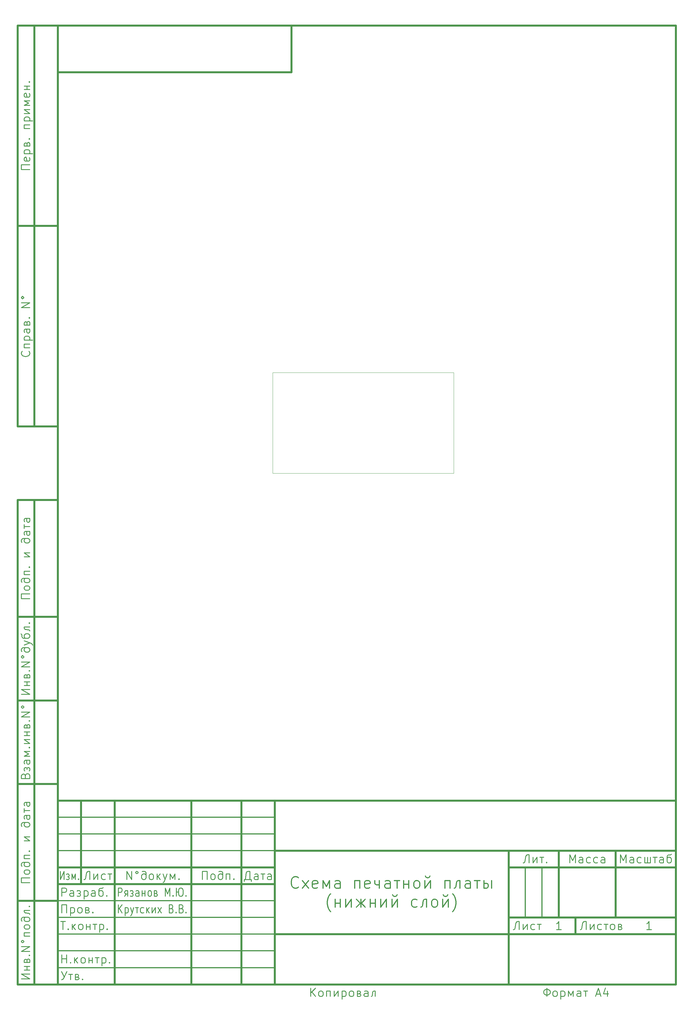
<source format=gbr>
%TF.GenerationSoftware,KiCad,Pcbnew,(6.0.0)*%
%TF.CreationDate,2022-01-12T10:47:11+03:00*%
%TF.ProjectId,Curse_PCB,43757273-655f-4504-9342-2e6b69636164,rev?*%
%TF.SameCoordinates,Original*%
%TF.FileFunction,Profile,NP*%
%FSLAX46Y46*%
G04 Gerber Fmt 4.6, Leading zero omitted, Abs format (unit mm)*
G04 Created by KiCad (PCBNEW (6.0.0)) date 2022-01-12 10:47:11*
%MOMM*%
%LPD*%
G01*
G04 APERTURE LIST*
%ADD10C,0.100000*%
%ADD11C,0.600000*%
%ADD12C,0.300000*%
%ADD13C,0.250000*%
%ADD14C,0.350000*%
%ADD15C,0.500000*%
%TA.AperFunction,Profile*%
%ADD16C,0.050000*%
%TD*%
G04 APERTURE END LIST*
D10*
D11*
X20000000Y-292002200D02*
X20000000Y-5000000D01*
X205007200Y-5000000D01*
X205007200Y-292002200D01*
X20000000Y-292002200D01*
D10*
D11*
X8000000Y-232002200D02*
X20000000Y-232002200D01*
D10*
D11*
X8000000Y-207002200D02*
X20000000Y-207002200D01*
D10*
D11*
X8000000Y-182002200D02*
X20000000Y-182002200D01*
D10*
D11*
X90000000Y-5000000D02*
X90000000Y-19000000D01*
D10*
D11*
X20000000Y-19000000D02*
X90000000Y-19000000D01*
D10*
D11*
X8000000Y-147002200D02*
X20000000Y-147002200D01*
D10*
D11*
X8000000Y-292002200D02*
X20000000Y-292002200D01*
D10*
D11*
X8000000Y-267002200D02*
X20000000Y-267002200D01*
D10*
D11*
X85007200Y-237002200D02*
X85007200Y-292002200D01*
D10*
D11*
X75007200Y-237002200D02*
X75007200Y-292002200D01*
D10*
D11*
X60007200Y-237002200D02*
X60007200Y-292002200D01*
D10*
D11*
X37007200Y-237002200D02*
X37007200Y-292002200D01*
D10*
D11*
X27007200Y-237002200D02*
X27007200Y-262002200D01*
D10*
D12*
X20007200Y-252002200D02*
X85007200Y-252002200D01*
D10*
D12*
X20007200Y-247002200D02*
X85007200Y-247002200D01*
D10*
D12*
X20007200Y-242002200D02*
X85007200Y-242002200D01*
D10*
D11*
X20007200Y-262002200D02*
X85007200Y-262002200D01*
D10*
D11*
X20007200Y-257002200D02*
X85007200Y-257002200D01*
D10*
D12*
X20007200Y-287002200D02*
X85007200Y-287002200D01*
D10*
D12*
X20007200Y-282002200D02*
X85007200Y-282002200D01*
D10*
D12*
X20007200Y-277002200D02*
X85007200Y-277002200D01*
D10*
D12*
X20007200Y-272002200D02*
X85007200Y-272002200D01*
D10*
D12*
X20007200Y-267002200D02*
X85007200Y-267002200D01*
D10*
D11*
X20007200Y-237002200D02*
X205007200Y-237002200D01*
D10*
D11*
X8000000Y-147002200D02*
X8000000Y-292002200D01*
D10*
D11*
X13000000Y-147002200D02*
X13000000Y-292002200D01*
D10*
D12*
X160007200Y-257002200D02*
X160007200Y-272002200D01*
D10*
D12*
X165007200Y-257002200D02*
X165007200Y-272002200D01*
D10*
D11*
X170007200Y-252002200D02*
X170007200Y-272002200D01*
D10*
D11*
X187007200Y-252002200D02*
X187007200Y-272002200D01*
D10*
D11*
X155007200Y-272002200D02*
X205007200Y-272002200D01*
D10*
D11*
X155007200Y-257002200D02*
X205007200Y-257002200D01*
D10*
D11*
X155007200Y-252002200D02*
X155007200Y-292002200D01*
D10*
D11*
X85007200Y-277002200D02*
X205007200Y-277002200D01*
D10*
D11*
X85007200Y-252002200D02*
X205007200Y-252002200D01*
D10*
D11*
X20007200Y-292002200D02*
X20007200Y-237002200D01*
D10*
D11*
X175007200Y-272002200D02*
X175007200Y-277002200D01*
D10*
D11*
X8000000Y-5002200D02*
X20000000Y-5002200D01*
D10*
D11*
X8000000Y-65002200D02*
X20000000Y-65002200D01*
D10*
D11*
X8000000Y-125002200D02*
X20000000Y-125002200D01*
D10*
D11*
X8000000Y-5002200D02*
X8000000Y-125002200D01*
D10*
D11*
X13000000Y-5002200D02*
X13000000Y-125002200D01*
D10*
D13*
X40709580Y-260633152D02*
X40709580Y-258133152D01*
X42138152Y-260633152D01*
X42138152Y-258133152D01*
X43685771Y-258133152D02*
X43447676Y-258252200D01*
X43328628Y-258490295D01*
X43447676Y-258728390D01*
X43685771Y-258847438D01*
X43923866Y-258728390D01*
X44042914Y-258490295D01*
X43923866Y-258252200D01*
X43685771Y-258133152D01*
X46423866Y-259204580D02*
X46304819Y-259085533D01*
X46066723Y-258966485D01*
X45590533Y-258966485D01*
X45352438Y-259085533D01*
X45233390Y-259204580D01*
X45114342Y-259442676D01*
X45114342Y-260156961D01*
X45233390Y-260395057D01*
X45352438Y-260514104D01*
X45590533Y-260633152D01*
X45947676Y-260633152D01*
X46185771Y-260514104D01*
X46304819Y-260395057D01*
X46423866Y-260156961D01*
X46423866Y-258609342D01*
X46304819Y-258371247D01*
X46185771Y-258252200D01*
X45947676Y-258133152D01*
X45471485Y-258133152D01*
X45233390Y-258252200D01*
X47852438Y-260633152D02*
X47614342Y-260514104D01*
X47495295Y-260395057D01*
X47376247Y-260156961D01*
X47376247Y-259442676D01*
X47495295Y-259204580D01*
X47614342Y-259085533D01*
X47852438Y-258966485D01*
X48209580Y-258966485D01*
X48447676Y-259085533D01*
X48566723Y-259204580D01*
X48685771Y-259442676D01*
X48685771Y-260156961D01*
X48566723Y-260395057D01*
X48447676Y-260514104D01*
X48209580Y-260633152D01*
X47852438Y-260633152D01*
X49757200Y-258966485D02*
X49757200Y-260633152D01*
X49995295Y-259680771D02*
X50709580Y-260633152D01*
X50709580Y-258966485D02*
X49757200Y-259918866D01*
X51542914Y-258966485D02*
X52138152Y-260633152D01*
X52733390Y-258966485D02*
X52138152Y-260633152D01*
X51900057Y-261228390D01*
X51781009Y-261347438D01*
X51542914Y-261466485D01*
X53685771Y-260633152D02*
X53685771Y-258966485D01*
X54400057Y-260276009D01*
X55114342Y-258966485D01*
X55114342Y-260633152D01*
X56304819Y-260395057D02*
X56423866Y-260514104D01*
X56304819Y-260633152D01*
X56185771Y-260514104D01*
X56304819Y-260395057D01*
X56304819Y-260633152D01*
D10*
D13*
X10321428Y-229561723D02*
X10440476Y-229204580D01*
X10559523Y-229085533D01*
X10797619Y-228966485D01*
X11154761Y-228966485D01*
X11392857Y-229085533D01*
X11511904Y-229204580D01*
X11630952Y-229442676D01*
X11630952Y-230395057D01*
X9130952Y-230395057D01*
X9130952Y-229561723D01*
X9250000Y-229323628D01*
X9369047Y-229204580D01*
X9607142Y-229085533D01*
X9845238Y-229085533D01*
X10083333Y-229204580D01*
X10202380Y-229323628D01*
X10321428Y-229561723D01*
X10321428Y-230395057D01*
X10797619Y-227656961D02*
X10797619Y-227418866D01*
X10083333Y-228133152D02*
X9964285Y-227895057D01*
X9964285Y-227418866D01*
X10083333Y-227180771D01*
X10321428Y-227061723D01*
X10440476Y-227061723D01*
X10678571Y-227180771D01*
X10797619Y-227418866D01*
X10916666Y-227180771D01*
X11154761Y-227061723D01*
X11273809Y-227061723D01*
X11511904Y-227180771D01*
X11630952Y-227418866D01*
X11630952Y-227895057D01*
X11511904Y-228133152D01*
X11630952Y-224918866D02*
X10321428Y-224918866D01*
X10083333Y-225037914D01*
X9964285Y-225276009D01*
X9964285Y-225752200D01*
X10083333Y-225990295D01*
X11511904Y-224918866D02*
X11630952Y-225156961D01*
X11630952Y-225752200D01*
X11511904Y-225990295D01*
X11273809Y-226109342D01*
X11035714Y-226109342D01*
X10797619Y-225990295D01*
X10678571Y-225752200D01*
X10678571Y-225156961D01*
X10559523Y-224918866D01*
X11630952Y-223728390D02*
X9964285Y-223728390D01*
X11273809Y-223014104D01*
X9964285Y-222299819D01*
X11630952Y-222299819D01*
X11392857Y-221109342D02*
X11511904Y-220990295D01*
X11630952Y-221109342D01*
X11511904Y-221228390D01*
X11392857Y-221109342D01*
X11630952Y-221109342D01*
X9964285Y-219918866D02*
X11630952Y-219918866D01*
X9964285Y-218728390D01*
X11630952Y-218728390D01*
X10797619Y-217537914D02*
X10797619Y-216466485D01*
X9964285Y-217537914D02*
X11630952Y-217537914D01*
X9964285Y-216466485D02*
X11630952Y-216466485D01*
X10797619Y-214680771D02*
X10916666Y-214323628D01*
X11154761Y-214204580D01*
X11273809Y-214204580D01*
X11511904Y-214323628D01*
X11630952Y-214561723D01*
X11630952Y-215276009D01*
X9964285Y-215276009D01*
X9964285Y-214680771D01*
X10083333Y-214442676D01*
X10321428Y-214323628D01*
X10440476Y-214323628D01*
X10678571Y-214442676D01*
X10797619Y-214680771D01*
X10797619Y-215276009D01*
X11392857Y-213133152D02*
X11511904Y-213014104D01*
X11630952Y-213133152D01*
X11511904Y-213252200D01*
X11392857Y-213133152D01*
X11630952Y-213133152D01*
X11630952Y-211942676D02*
X9130952Y-211942676D01*
X11630952Y-210514104D01*
X9130952Y-210514104D01*
X9130952Y-208966485D02*
X9250000Y-209204580D01*
X9488095Y-209323628D01*
X9726190Y-209204580D01*
X9845238Y-208966485D01*
X9726190Y-208728390D01*
X9488095Y-208609342D01*
X9250000Y-208728390D01*
X9130952Y-208966485D01*
D10*
D13*
X77983390Y-261228390D02*
X77983390Y-260633152D01*
X75840533Y-260633152D01*
X75840533Y-261228390D01*
X77507200Y-260633152D02*
X77507200Y-258133152D01*
X76911961Y-258133152D01*
X76673866Y-258252200D01*
X76554819Y-258371247D01*
X76435771Y-258609342D01*
X76197676Y-260633152D01*
X80007200Y-260633152D02*
X80007200Y-259323628D01*
X79888152Y-259085533D01*
X79650057Y-258966485D01*
X79173866Y-258966485D01*
X78935771Y-259085533D01*
X80007200Y-260514104D02*
X79769104Y-260633152D01*
X79173866Y-260633152D01*
X78935771Y-260514104D01*
X78816723Y-260276009D01*
X78816723Y-260037914D01*
X78935771Y-259799819D01*
X79173866Y-259680771D01*
X79769104Y-259680771D01*
X80007200Y-259561723D01*
X80840533Y-258966485D02*
X82031009Y-258966485D01*
X81435771Y-258966485D02*
X81435771Y-260633152D01*
X83935771Y-260633152D02*
X83935771Y-259323628D01*
X83816723Y-259085533D01*
X83578628Y-258966485D01*
X83102438Y-258966485D01*
X82864342Y-259085533D01*
X83935771Y-260514104D02*
X83697676Y-260633152D01*
X83102438Y-260633152D01*
X82864342Y-260514104D01*
X82745295Y-260276009D01*
X82745295Y-260037914D01*
X82864342Y-259799819D01*
X83102438Y-259680771D01*
X83697676Y-259680771D01*
X83935771Y-259561723D01*
D10*
D13*
X20822225Y-258133152D02*
X20822225Y-260633152D01*
X21896215Y-258133152D01*
X21896215Y-260633152D01*
X22970205Y-259799819D02*
X23149203Y-259799819D01*
X22612208Y-259085533D02*
X22791206Y-258966485D01*
X23149203Y-258966485D01*
X23328201Y-259085533D01*
X23417700Y-259323628D01*
X23417700Y-259442676D01*
X23328201Y-259680771D01*
X23149203Y-259799819D01*
X23328201Y-259918866D01*
X23417700Y-260156961D01*
X23417700Y-260276009D01*
X23328201Y-260514104D01*
X23149203Y-260633152D01*
X22791206Y-260633152D01*
X22612208Y-260514104D01*
X24223193Y-260633152D02*
X24223193Y-258966485D01*
X24760188Y-260276009D01*
X25297182Y-258966485D01*
X25297182Y-260633152D01*
X26192174Y-260395057D02*
X26281673Y-260514104D01*
X26192174Y-260633152D01*
X26102675Y-260514104D01*
X26192174Y-260395057D01*
X26192174Y-260633152D01*
D10*
D13*
X9130952Y-205156961D02*
X11630952Y-205156961D01*
X9130952Y-203728390D01*
X11630952Y-203728390D01*
X10797619Y-202537914D02*
X10797619Y-201466485D01*
X9964285Y-202537914D02*
X11630952Y-202537914D01*
X9964285Y-201466485D02*
X11630952Y-201466485D01*
X10797619Y-199680771D02*
X10916666Y-199323628D01*
X11154761Y-199204580D01*
X11273809Y-199204580D01*
X11511904Y-199323628D01*
X11630952Y-199561723D01*
X11630952Y-200276009D01*
X9964285Y-200276009D01*
X9964285Y-199680771D01*
X10083333Y-199442676D01*
X10321428Y-199323628D01*
X10440476Y-199323628D01*
X10678571Y-199442676D01*
X10797619Y-199680771D01*
X10797619Y-200276009D01*
X11392857Y-198133152D02*
X11511904Y-198014104D01*
X11630952Y-198133152D01*
X11511904Y-198252200D01*
X11392857Y-198133152D01*
X11630952Y-198133152D01*
X11630952Y-196942676D02*
X9130952Y-196942676D01*
X11630952Y-195514104D01*
X9130952Y-195514104D01*
X9130952Y-193966485D02*
X9250000Y-194204580D01*
X9488095Y-194323628D01*
X9726190Y-194204580D01*
X9845238Y-193966485D01*
X9726190Y-193728390D01*
X9488095Y-193609342D01*
X9250000Y-193728390D01*
X9130952Y-193966485D01*
X10202380Y-191228390D02*
X10083333Y-191347438D01*
X9964285Y-191585533D01*
X9964285Y-192061723D01*
X10083333Y-192299819D01*
X10202380Y-192418866D01*
X10440476Y-192537914D01*
X11154761Y-192537914D01*
X11392857Y-192418866D01*
X11511904Y-192299819D01*
X11630952Y-192061723D01*
X11630952Y-191704580D01*
X11511904Y-191466485D01*
X11392857Y-191347438D01*
X11154761Y-191228390D01*
X9607142Y-191228390D01*
X9369047Y-191347438D01*
X9250000Y-191466485D01*
X9130952Y-191704580D01*
X9130952Y-192180771D01*
X9250000Y-192418866D01*
X9964285Y-190395057D02*
X11630952Y-189799819D01*
X9964285Y-189204580D02*
X11630952Y-189799819D01*
X12226190Y-190037914D01*
X12345238Y-190156961D01*
X12464285Y-190395057D01*
X9011904Y-187061723D02*
X9130952Y-187180771D01*
X9250000Y-187418866D01*
X9250000Y-187895057D01*
X9369047Y-188133152D01*
X9488095Y-188252200D01*
X9726190Y-188371247D01*
X11154761Y-188371247D01*
X11392857Y-188252200D01*
X11511904Y-188133152D01*
X11630952Y-187895057D01*
X11630952Y-187537914D01*
X11511904Y-187299819D01*
X11392857Y-187180771D01*
X11154761Y-187061723D01*
X10440476Y-187061723D01*
X10202380Y-187180771D01*
X10083333Y-187299819D01*
X9964285Y-187537914D01*
X9964285Y-188014104D01*
X10083333Y-188252200D01*
X10202380Y-188371247D01*
X11630952Y-185037914D02*
X9964285Y-185037914D01*
X9964285Y-185395057D01*
X10083333Y-185633152D01*
X10321428Y-185752200D01*
X11273809Y-185871247D01*
X11511904Y-185990295D01*
X11630952Y-186228390D01*
X11392857Y-183847438D02*
X11511904Y-183728390D01*
X11630952Y-183847438D01*
X11511904Y-183966485D01*
X11392857Y-183847438D01*
X11630952Y-183847438D01*
D10*
D13*
X9130952Y-290335533D02*
X11630952Y-290335533D01*
X9130952Y-288906961D01*
X11630952Y-288906961D01*
X10797619Y-287716485D02*
X10797619Y-286645057D01*
X9964285Y-287716485D02*
X11630952Y-287716485D01*
X9964285Y-286645057D02*
X11630952Y-286645057D01*
X10797619Y-284859342D02*
X10916666Y-284502200D01*
X11154761Y-284383152D01*
X11273809Y-284383152D01*
X11511904Y-284502200D01*
X11630952Y-284740295D01*
X11630952Y-285454580D01*
X9964285Y-285454580D01*
X9964285Y-284859342D01*
X10083333Y-284621247D01*
X10321428Y-284502200D01*
X10440476Y-284502200D01*
X10678571Y-284621247D01*
X10797619Y-284859342D01*
X10797619Y-285454580D01*
X11392857Y-283311723D02*
X11511904Y-283192676D01*
X11630952Y-283311723D01*
X11511904Y-283430771D01*
X11392857Y-283311723D01*
X11630952Y-283311723D01*
X11630952Y-282121247D02*
X9130952Y-282121247D01*
X11630952Y-280692676D01*
X9130952Y-280692676D01*
X9130952Y-279145057D02*
X9250000Y-279383152D01*
X9488095Y-279502200D01*
X9726190Y-279383152D01*
X9845238Y-279145057D01*
X9726190Y-278906961D01*
X9488095Y-278787914D01*
X9250000Y-278906961D01*
X9130952Y-279145057D01*
X11630952Y-277597438D02*
X9964285Y-277597438D01*
X9964285Y-276526009D01*
X11630952Y-276526009D01*
X11630952Y-274978390D02*
X11511904Y-275216485D01*
X11392857Y-275335533D01*
X11154761Y-275454580D01*
X10440476Y-275454580D01*
X10202380Y-275335533D01*
X10083333Y-275216485D01*
X9964285Y-274978390D01*
X9964285Y-274621247D01*
X10083333Y-274383152D01*
X10202380Y-274264104D01*
X10440476Y-274145057D01*
X11154761Y-274145057D01*
X11392857Y-274264104D01*
X11511904Y-274383152D01*
X11630952Y-274621247D01*
X11630952Y-274978390D01*
X10202380Y-271883152D02*
X10083333Y-272002200D01*
X9964285Y-272240295D01*
X9964285Y-272716485D01*
X10083333Y-272954580D01*
X10202380Y-273073628D01*
X10440476Y-273192676D01*
X11154761Y-273192676D01*
X11392857Y-273073628D01*
X11511904Y-272954580D01*
X11630952Y-272716485D01*
X11630952Y-272359342D01*
X11511904Y-272121247D01*
X11392857Y-272002200D01*
X11154761Y-271883152D01*
X9607142Y-271883152D01*
X9369047Y-272002200D01*
X9250000Y-272121247D01*
X9130952Y-272359342D01*
X9130952Y-272835533D01*
X9250000Y-273073628D01*
X11630952Y-269859342D02*
X9964285Y-269859342D01*
X9964285Y-270216485D01*
X10083333Y-270454580D01*
X10321428Y-270573628D01*
X11273809Y-270692676D01*
X11511904Y-270811723D01*
X11630952Y-271049819D01*
X11392857Y-268668866D02*
X11511904Y-268549819D01*
X11630952Y-268668866D01*
X11511904Y-268787914D01*
X11392857Y-268668866D01*
X11630952Y-268668866D01*
D10*
D13*
X95727438Y-295633152D02*
X95727438Y-293133152D01*
X97156009Y-295633152D02*
X96084580Y-294204580D01*
X97156009Y-293133152D02*
X95727438Y-294561723D01*
X98584580Y-295633152D02*
X98346485Y-295514104D01*
X98227438Y-295395057D01*
X98108390Y-295156961D01*
X98108390Y-294442676D01*
X98227438Y-294204580D01*
X98346485Y-294085533D01*
X98584580Y-293966485D01*
X98941723Y-293966485D01*
X99179819Y-294085533D01*
X99298866Y-294204580D01*
X99417914Y-294442676D01*
X99417914Y-295156961D01*
X99298866Y-295395057D01*
X99179819Y-295514104D01*
X98941723Y-295633152D01*
X98584580Y-295633152D01*
X100489342Y-295633152D02*
X100489342Y-293966485D01*
X101560771Y-293966485D01*
X101560771Y-295633152D01*
X102751247Y-293966485D02*
X102751247Y-295633152D01*
X103941723Y-293966485D01*
X103941723Y-295633152D01*
X105132200Y-293966485D02*
X105132200Y-296466485D01*
X105132200Y-294085533D02*
X105370295Y-293966485D01*
X105846485Y-293966485D01*
X106084580Y-294085533D01*
X106203628Y-294204580D01*
X106322676Y-294442676D01*
X106322676Y-295156961D01*
X106203628Y-295395057D01*
X106084580Y-295514104D01*
X105846485Y-295633152D01*
X105370295Y-295633152D01*
X105132200Y-295514104D01*
X107751247Y-295633152D02*
X107513152Y-295514104D01*
X107394104Y-295395057D01*
X107275057Y-295156961D01*
X107275057Y-294442676D01*
X107394104Y-294204580D01*
X107513152Y-294085533D01*
X107751247Y-293966485D01*
X108108390Y-293966485D01*
X108346485Y-294085533D01*
X108465533Y-294204580D01*
X108584580Y-294442676D01*
X108584580Y-295156961D01*
X108465533Y-295395057D01*
X108346485Y-295514104D01*
X108108390Y-295633152D01*
X107751247Y-295633152D01*
X110251247Y-294799819D02*
X110608390Y-294918866D01*
X110727438Y-295156961D01*
X110727438Y-295276009D01*
X110608390Y-295514104D01*
X110370295Y-295633152D01*
X109656009Y-295633152D01*
X109656009Y-293966485D01*
X110251247Y-293966485D01*
X110489342Y-294085533D01*
X110608390Y-294323628D01*
X110608390Y-294442676D01*
X110489342Y-294680771D01*
X110251247Y-294799819D01*
X109656009Y-294799819D01*
X112870295Y-295633152D02*
X112870295Y-294323628D01*
X112751247Y-294085533D01*
X112513152Y-293966485D01*
X112036961Y-293966485D01*
X111798866Y-294085533D01*
X112870295Y-295514104D02*
X112632200Y-295633152D01*
X112036961Y-295633152D01*
X111798866Y-295514104D01*
X111679819Y-295276009D01*
X111679819Y-295037914D01*
X111798866Y-294799819D01*
X112036961Y-294680771D01*
X112632200Y-294680771D01*
X112870295Y-294561723D01*
X115013152Y-295633152D02*
X115013152Y-293966485D01*
X114656009Y-293966485D01*
X114417914Y-294085533D01*
X114298866Y-294323628D01*
X114179819Y-295276009D01*
X114060771Y-295514104D01*
X113822676Y-295633152D01*
D10*
D13*
X158156009Y-275633152D02*
X158156009Y-273133152D01*
X157798866Y-273133152D01*
X157441723Y-273252200D01*
X157203628Y-273490295D01*
X157084580Y-273847438D01*
X156846485Y-275276009D01*
X156727438Y-275514104D01*
X156489342Y-275633152D01*
X156370295Y-275633152D01*
X159346485Y-273966485D02*
X159346485Y-275633152D01*
X160536961Y-273966485D01*
X160536961Y-275633152D01*
X162798866Y-275514104D02*
X162560771Y-275633152D01*
X162084580Y-275633152D01*
X161846485Y-275514104D01*
X161727438Y-275395057D01*
X161608390Y-275156961D01*
X161608390Y-274442676D01*
X161727438Y-274204580D01*
X161846485Y-274085533D01*
X162084580Y-273966485D01*
X162560771Y-273966485D01*
X162798866Y-274085533D01*
X163513152Y-273966485D02*
X164703628Y-273966485D01*
X164108390Y-273966485D02*
X164108390Y-275633152D01*
D10*
D13*
X29626247Y-260633152D02*
X29626247Y-258133152D01*
X29269104Y-258133152D01*
X28911961Y-258252200D01*
X28673866Y-258490295D01*
X28554819Y-258847438D01*
X28316723Y-260276009D01*
X28197676Y-260514104D01*
X27959580Y-260633152D01*
X27840533Y-260633152D01*
X30816723Y-258966485D02*
X30816723Y-260633152D01*
X32007200Y-258966485D01*
X32007200Y-260633152D01*
X34269104Y-260514104D02*
X34031009Y-260633152D01*
X33554819Y-260633152D01*
X33316723Y-260514104D01*
X33197676Y-260395057D01*
X33078628Y-260156961D01*
X33078628Y-259442676D01*
X33197676Y-259204580D01*
X33316723Y-259085533D01*
X33554819Y-258966485D01*
X34031009Y-258966485D01*
X34269104Y-259085533D01*
X34983390Y-258966485D02*
X36173866Y-258966485D01*
X35578628Y-258966485D02*
X35578628Y-260633152D01*
D10*
D13*
X178156009Y-275633152D02*
X178156009Y-273133152D01*
X177798866Y-273133152D01*
X177441723Y-273252200D01*
X177203628Y-273490295D01*
X177084580Y-273847438D01*
X176846485Y-275276009D01*
X176727438Y-275514104D01*
X176489342Y-275633152D01*
X176370295Y-275633152D01*
X179346485Y-273966485D02*
X179346485Y-275633152D01*
X180536961Y-273966485D01*
X180536961Y-275633152D01*
X182798866Y-275514104D02*
X182560771Y-275633152D01*
X182084580Y-275633152D01*
X181846485Y-275514104D01*
X181727438Y-275395057D01*
X181608390Y-275156961D01*
X181608390Y-274442676D01*
X181727438Y-274204580D01*
X181846485Y-274085533D01*
X182084580Y-273966485D01*
X182560771Y-273966485D01*
X182798866Y-274085533D01*
X183513152Y-273966485D02*
X184703628Y-273966485D01*
X184108390Y-273966485D02*
X184108390Y-275633152D01*
X185894104Y-275633152D02*
X185656009Y-275514104D01*
X185536961Y-275395057D01*
X185417914Y-275156961D01*
X185417914Y-274442676D01*
X185536961Y-274204580D01*
X185656009Y-274085533D01*
X185894104Y-273966485D01*
X186251247Y-273966485D01*
X186489342Y-274085533D01*
X186608390Y-274204580D01*
X186727438Y-274442676D01*
X186727438Y-275156961D01*
X186608390Y-275395057D01*
X186489342Y-275514104D01*
X186251247Y-275633152D01*
X185894104Y-275633152D01*
X188394104Y-274799819D02*
X188751247Y-274918866D01*
X188870295Y-275156961D01*
X188870295Y-275276009D01*
X188751247Y-275514104D01*
X188513152Y-275633152D01*
X187798866Y-275633152D01*
X187798866Y-273966485D01*
X188394104Y-273966485D01*
X188632200Y-274085533D01*
X188751247Y-274323628D01*
X188751247Y-274442676D01*
X188632200Y-274680771D01*
X188394104Y-274799819D01*
X187798866Y-274799819D01*
D10*
D13*
X161102438Y-255633152D02*
X161102438Y-253133152D01*
X160745295Y-253133152D01*
X160388152Y-253252200D01*
X160150057Y-253490295D01*
X160031009Y-253847438D01*
X159792914Y-255276009D01*
X159673866Y-255514104D01*
X159435771Y-255633152D01*
X159316723Y-255633152D01*
X162292914Y-253966485D02*
X162292914Y-255633152D01*
X163483390Y-253966485D01*
X163483390Y-255633152D01*
X164316723Y-253966485D02*
X165507200Y-253966485D01*
X164911961Y-253966485D02*
X164911961Y-255633152D01*
X166340533Y-255395057D02*
X166459580Y-255514104D01*
X166340533Y-255633152D01*
X166221485Y-255514104D01*
X166340533Y-255395057D01*
X166340533Y-255633152D01*
D10*
D13*
X173269104Y-255633152D02*
X173269104Y-253133152D01*
X174102438Y-254918866D01*
X174935771Y-253133152D01*
X174935771Y-255633152D01*
X177197676Y-255633152D02*
X177197676Y-254323628D01*
X177078628Y-254085533D01*
X176840533Y-253966485D01*
X176364342Y-253966485D01*
X176126247Y-254085533D01*
X177197676Y-255514104D02*
X176959580Y-255633152D01*
X176364342Y-255633152D01*
X176126247Y-255514104D01*
X176007200Y-255276009D01*
X176007200Y-255037914D01*
X176126247Y-254799819D01*
X176364342Y-254680771D01*
X176959580Y-254680771D01*
X177197676Y-254561723D01*
X179459580Y-255514104D02*
X179221485Y-255633152D01*
X178745295Y-255633152D01*
X178507200Y-255514104D01*
X178388152Y-255395057D01*
X178269104Y-255156961D01*
X178269104Y-254442676D01*
X178388152Y-254204580D01*
X178507200Y-254085533D01*
X178745295Y-253966485D01*
X179221485Y-253966485D01*
X179459580Y-254085533D01*
X181602438Y-255514104D02*
X181364342Y-255633152D01*
X180888152Y-255633152D01*
X180650057Y-255514104D01*
X180531009Y-255395057D01*
X180411961Y-255156961D01*
X180411961Y-254442676D01*
X180531009Y-254204580D01*
X180650057Y-254085533D01*
X180888152Y-253966485D01*
X181364342Y-253966485D01*
X181602438Y-254085533D01*
X183745295Y-255633152D02*
X183745295Y-254323628D01*
X183626247Y-254085533D01*
X183388152Y-253966485D01*
X182911961Y-253966485D01*
X182673866Y-254085533D01*
X183745295Y-255514104D02*
X183507200Y-255633152D01*
X182911961Y-255633152D01*
X182673866Y-255514104D01*
X182554819Y-255276009D01*
X182554819Y-255037914D01*
X182673866Y-254799819D01*
X182911961Y-254680771D01*
X183507200Y-254680771D01*
X183745295Y-254561723D01*
D10*
D13*
X188447676Y-255633152D02*
X188447676Y-253133152D01*
X189281009Y-254918866D01*
X190114342Y-253133152D01*
X190114342Y-255633152D01*
X192376247Y-255633152D02*
X192376247Y-254323628D01*
X192257200Y-254085533D01*
X192019104Y-253966485D01*
X191542914Y-253966485D01*
X191304819Y-254085533D01*
X192376247Y-255514104D02*
X192138152Y-255633152D01*
X191542914Y-255633152D01*
X191304819Y-255514104D01*
X191185771Y-255276009D01*
X191185771Y-255037914D01*
X191304819Y-254799819D01*
X191542914Y-254680771D01*
X192138152Y-254680771D01*
X192376247Y-254561723D01*
X194638152Y-255514104D02*
X194400057Y-255633152D01*
X193923866Y-255633152D01*
X193685771Y-255514104D01*
X193566723Y-255395057D01*
X193447676Y-255156961D01*
X193447676Y-254442676D01*
X193566723Y-254204580D01*
X193685771Y-254085533D01*
X193923866Y-253966485D01*
X194400057Y-253966485D01*
X194638152Y-254085533D01*
X196542914Y-253966485D02*
X196542914Y-255633152D01*
X195709580Y-253966485D02*
X195709580Y-255633152D01*
X197376247Y-255633152D01*
X197376247Y-253966485D01*
X198209580Y-253966485D02*
X199400057Y-253966485D01*
X198804819Y-253966485D02*
X198804819Y-255633152D01*
X201304819Y-255633152D02*
X201304819Y-254323628D01*
X201185771Y-254085533D01*
X200947676Y-253966485D01*
X200471485Y-253966485D01*
X200233390Y-254085533D01*
X201304819Y-255514104D02*
X201066723Y-255633152D01*
X200471485Y-255633152D01*
X200233390Y-255514104D01*
X200114342Y-255276009D01*
X200114342Y-255037914D01*
X200233390Y-254799819D01*
X200471485Y-254680771D01*
X201066723Y-254680771D01*
X201304819Y-254561723D01*
X203685771Y-253014104D02*
X203566723Y-253133152D01*
X203328628Y-253252200D01*
X202852438Y-253252200D01*
X202614342Y-253371247D01*
X202495295Y-253490295D01*
X202376247Y-253728390D01*
X202376247Y-255156961D01*
X202495295Y-255395057D01*
X202614342Y-255514104D01*
X202852438Y-255633152D01*
X203209580Y-255633152D01*
X203447676Y-255514104D01*
X203566723Y-255395057D01*
X203685771Y-255156961D01*
X203685771Y-254442676D01*
X203566723Y-254204580D01*
X203447676Y-254085533D01*
X203209580Y-253966485D01*
X202733390Y-253966485D01*
X202495295Y-254085533D01*
X202376247Y-254204580D01*
D10*
D13*
X21227438Y-285633152D02*
X21227438Y-283133152D01*
X21227438Y-284323628D02*
X22656009Y-284323628D01*
X22656009Y-285633152D02*
X22656009Y-283133152D01*
X23846485Y-285395057D02*
X23965533Y-285514104D01*
X23846485Y-285633152D01*
X23727438Y-285514104D01*
X23846485Y-285395057D01*
X23846485Y-285633152D01*
X25036961Y-283966485D02*
X25036961Y-285633152D01*
X25275057Y-284680771D02*
X25989342Y-285633152D01*
X25989342Y-283966485D02*
X25036961Y-284918866D01*
X27417914Y-285633152D02*
X27179819Y-285514104D01*
X27060771Y-285395057D01*
X26941723Y-285156961D01*
X26941723Y-284442676D01*
X27060771Y-284204580D01*
X27179819Y-284085533D01*
X27417914Y-283966485D01*
X27775057Y-283966485D01*
X28013152Y-284085533D01*
X28132200Y-284204580D01*
X28251247Y-284442676D01*
X28251247Y-285156961D01*
X28132200Y-285395057D01*
X28013152Y-285514104D01*
X27775057Y-285633152D01*
X27417914Y-285633152D01*
X29322676Y-284799819D02*
X30394104Y-284799819D01*
X29322676Y-283966485D02*
X29322676Y-285633152D01*
X30394104Y-283966485D02*
X30394104Y-285633152D01*
X31227438Y-283966485D02*
X32417914Y-283966485D01*
X31822676Y-283966485D02*
X31822676Y-285633152D01*
X33251247Y-283966485D02*
X33251247Y-286466485D01*
X33251247Y-284085533D02*
X33489342Y-283966485D01*
X33965533Y-283966485D01*
X34203628Y-284085533D01*
X34322676Y-284204580D01*
X34441723Y-284442676D01*
X34441723Y-285156961D01*
X34322676Y-285395057D01*
X34203628Y-285514104D01*
X33965533Y-285633152D01*
X33489342Y-285633152D01*
X33251247Y-285514104D01*
X35513152Y-285395057D02*
X35632200Y-285514104D01*
X35513152Y-285633152D01*
X35394104Y-285514104D01*
X35513152Y-285395057D01*
X35513152Y-285633152D01*
D10*
D13*
X11630952Y-48097438D02*
X9130952Y-48097438D01*
X9130952Y-46668866D01*
X11630952Y-46668866D01*
X11511904Y-44526009D02*
X11630952Y-44764104D01*
X11630952Y-45240295D01*
X11511904Y-45478390D01*
X11273809Y-45597438D01*
X10321428Y-45597438D01*
X10083333Y-45478390D01*
X9964285Y-45240295D01*
X9964285Y-44764104D01*
X10083333Y-44526009D01*
X10321428Y-44406961D01*
X10559523Y-44406961D01*
X10797619Y-45597438D01*
X9964285Y-43335533D02*
X12464285Y-43335533D01*
X10083333Y-43335533D02*
X9964285Y-43097438D01*
X9964285Y-42621247D01*
X10083333Y-42383152D01*
X10202380Y-42264104D01*
X10440476Y-42145057D01*
X11154761Y-42145057D01*
X11392857Y-42264104D01*
X11511904Y-42383152D01*
X11630952Y-42621247D01*
X11630952Y-43097438D01*
X11511904Y-43335533D01*
X10797619Y-40478390D02*
X10916666Y-40121247D01*
X11154761Y-40002200D01*
X11273809Y-40002200D01*
X11511904Y-40121247D01*
X11630952Y-40359342D01*
X11630952Y-41073628D01*
X9964285Y-41073628D01*
X9964285Y-40478390D01*
X10083333Y-40240295D01*
X10321428Y-40121247D01*
X10440476Y-40121247D01*
X10678571Y-40240295D01*
X10797619Y-40478390D01*
X10797619Y-41073628D01*
X11392857Y-38930771D02*
X11511904Y-38811723D01*
X11630952Y-38930771D01*
X11511904Y-39049819D01*
X11392857Y-38930771D01*
X11630952Y-38930771D01*
X11630952Y-35835533D02*
X9964285Y-35835533D01*
X9964285Y-34764104D01*
X11630952Y-34764104D01*
X9964285Y-33573628D02*
X12464285Y-33573628D01*
X10083333Y-33573628D02*
X9964285Y-33335533D01*
X9964285Y-32859342D01*
X10083333Y-32621247D01*
X10202380Y-32502200D01*
X10440476Y-32383152D01*
X11154761Y-32383152D01*
X11392857Y-32502200D01*
X11511904Y-32621247D01*
X11630952Y-32859342D01*
X11630952Y-33335533D01*
X11511904Y-33573628D01*
X9964285Y-31311723D02*
X11630952Y-31311723D01*
X9964285Y-30121247D01*
X11630952Y-30121247D01*
X11630952Y-28930771D02*
X9964285Y-28930771D01*
X11273809Y-28216485D01*
X9964285Y-27502200D01*
X11630952Y-27502200D01*
X11511904Y-25359342D02*
X11630952Y-25597438D01*
X11630952Y-26073628D01*
X11511904Y-26311723D01*
X11273809Y-26430771D01*
X10321428Y-26430771D01*
X10083333Y-26311723D01*
X9964285Y-26073628D01*
X9964285Y-25597438D01*
X10083333Y-25359342D01*
X10321428Y-25240295D01*
X10559523Y-25240295D01*
X10797619Y-26430771D01*
X10797619Y-24168866D02*
X10797619Y-23097438D01*
X9964285Y-24168866D02*
X11630952Y-24168866D01*
X9964285Y-23097438D02*
X11630952Y-23097438D01*
X11392857Y-21906961D02*
X11511904Y-21787914D01*
X11630952Y-21906961D01*
X11511904Y-22026009D01*
X11392857Y-21906961D01*
X11630952Y-21906961D01*
D10*
D13*
X11630952Y-261526009D02*
X9130952Y-261526009D01*
X9130952Y-260097438D01*
X11630952Y-260097438D01*
X11630952Y-258549819D02*
X11511904Y-258787914D01*
X11392857Y-258906961D01*
X11154761Y-259026009D01*
X10440476Y-259026009D01*
X10202380Y-258906961D01*
X10083333Y-258787914D01*
X9964285Y-258549819D01*
X9964285Y-258192676D01*
X10083333Y-257954580D01*
X10202380Y-257835533D01*
X10440476Y-257716485D01*
X11154761Y-257716485D01*
X11392857Y-257835533D01*
X11511904Y-257954580D01*
X11630952Y-258192676D01*
X11630952Y-258549819D01*
X10202380Y-255454580D02*
X10083333Y-255573628D01*
X9964285Y-255811723D01*
X9964285Y-256287914D01*
X10083333Y-256526009D01*
X10202380Y-256645057D01*
X10440476Y-256764104D01*
X11154761Y-256764104D01*
X11392857Y-256645057D01*
X11511904Y-256526009D01*
X11630952Y-256287914D01*
X11630952Y-255930771D01*
X11511904Y-255692676D01*
X11392857Y-255573628D01*
X11154761Y-255454580D01*
X9607142Y-255454580D01*
X9369047Y-255573628D01*
X9250000Y-255692676D01*
X9130952Y-255930771D01*
X9130952Y-256406961D01*
X9250000Y-256645057D01*
X11630952Y-254383152D02*
X9964285Y-254383152D01*
X9964285Y-253311723D01*
X11630952Y-253311723D01*
X11392857Y-252121247D02*
X11511904Y-252002200D01*
X11630952Y-252121247D01*
X11511904Y-252240295D01*
X11392857Y-252121247D01*
X11630952Y-252121247D01*
X9964285Y-249026009D02*
X11630952Y-249026009D01*
X9964285Y-247835533D01*
X11630952Y-247835533D01*
X10202380Y-243549819D02*
X10083333Y-243668866D01*
X9964285Y-243906961D01*
X9964285Y-244383152D01*
X10083333Y-244621247D01*
X10202380Y-244740295D01*
X10440476Y-244859342D01*
X11154761Y-244859342D01*
X11392857Y-244740295D01*
X11511904Y-244621247D01*
X11630952Y-244383152D01*
X11630952Y-244026009D01*
X11511904Y-243787914D01*
X11392857Y-243668866D01*
X11154761Y-243549819D01*
X9607142Y-243549819D01*
X9369047Y-243668866D01*
X9250000Y-243787914D01*
X9130952Y-244026009D01*
X9130952Y-244502200D01*
X9250000Y-244740295D01*
X11630952Y-241406961D02*
X10321428Y-241406961D01*
X10083333Y-241526009D01*
X9964285Y-241764104D01*
X9964285Y-242240295D01*
X10083333Y-242478390D01*
X11511904Y-241406961D02*
X11630952Y-241645057D01*
X11630952Y-242240295D01*
X11511904Y-242478390D01*
X11273809Y-242597438D01*
X11035714Y-242597438D01*
X10797619Y-242478390D01*
X10678571Y-242240295D01*
X10678571Y-241645057D01*
X10559523Y-241406961D01*
X9964285Y-240573628D02*
X9964285Y-239383152D01*
X9964285Y-239978390D02*
X11630952Y-239978390D01*
X11630952Y-237478390D02*
X10321428Y-237478390D01*
X10083333Y-237597438D01*
X9964285Y-237835533D01*
X9964285Y-238311723D01*
X10083333Y-238549819D01*
X11511904Y-237478390D02*
X11630952Y-237716485D01*
X11630952Y-238311723D01*
X11511904Y-238549819D01*
X11273809Y-238668866D01*
X11035714Y-238668866D01*
X10797619Y-238549819D01*
X10678571Y-238311723D01*
X10678571Y-237716485D01*
X10559523Y-237478390D01*
D10*
D13*
X11630952Y-176526009D02*
X9130952Y-176526009D01*
X9130952Y-175097438D01*
X11630952Y-175097438D01*
X11630952Y-173549819D02*
X11511904Y-173787914D01*
X11392857Y-173906961D01*
X11154761Y-174026009D01*
X10440476Y-174026009D01*
X10202380Y-173906961D01*
X10083333Y-173787914D01*
X9964285Y-173549819D01*
X9964285Y-173192676D01*
X10083333Y-172954580D01*
X10202380Y-172835533D01*
X10440476Y-172716485D01*
X11154761Y-172716485D01*
X11392857Y-172835533D01*
X11511904Y-172954580D01*
X11630952Y-173192676D01*
X11630952Y-173549819D01*
X10202380Y-170454580D02*
X10083333Y-170573628D01*
X9964285Y-170811723D01*
X9964285Y-171287914D01*
X10083333Y-171526009D01*
X10202380Y-171645057D01*
X10440476Y-171764104D01*
X11154761Y-171764104D01*
X11392857Y-171645057D01*
X11511904Y-171526009D01*
X11630952Y-171287914D01*
X11630952Y-170930771D01*
X11511904Y-170692676D01*
X11392857Y-170573628D01*
X11154761Y-170454580D01*
X9607142Y-170454580D01*
X9369047Y-170573628D01*
X9250000Y-170692676D01*
X9130952Y-170930771D01*
X9130952Y-171406961D01*
X9250000Y-171645057D01*
X11630952Y-169383152D02*
X9964285Y-169383152D01*
X9964285Y-168311723D01*
X11630952Y-168311723D01*
X11392857Y-167121247D02*
X11511904Y-167002200D01*
X11630952Y-167121247D01*
X11511904Y-167240295D01*
X11392857Y-167121247D01*
X11630952Y-167121247D01*
X9964285Y-164026009D02*
X11630952Y-164026009D01*
X9964285Y-162835533D01*
X11630952Y-162835533D01*
X10202380Y-158549819D02*
X10083333Y-158668866D01*
X9964285Y-158906961D01*
X9964285Y-159383152D01*
X10083333Y-159621247D01*
X10202380Y-159740295D01*
X10440476Y-159859342D01*
X11154761Y-159859342D01*
X11392857Y-159740295D01*
X11511904Y-159621247D01*
X11630952Y-159383152D01*
X11630952Y-159026009D01*
X11511904Y-158787914D01*
X11392857Y-158668866D01*
X11154761Y-158549819D01*
X9607142Y-158549819D01*
X9369047Y-158668866D01*
X9250000Y-158787914D01*
X9130952Y-159026009D01*
X9130952Y-159502200D01*
X9250000Y-159740295D01*
X11630952Y-156406961D02*
X10321428Y-156406961D01*
X10083333Y-156526009D01*
X9964285Y-156764104D01*
X9964285Y-157240295D01*
X10083333Y-157478390D01*
X11511904Y-156406961D02*
X11630952Y-156645057D01*
X11630952Y-157240295D01*
X11511904Y-157478390D01*
X11273809Y-157597438D01*
X11035714Y-157597438D01*
X10797619Y-157478390D01*
X10678571Y-157240295D01*
X10678571Y-156645057D01*
X10559523Y-156406961D01*
X9964285Y-155573628D02*
X9964285Y-154383152D01*
X9964285Y-154978390D02*
X11630952Y-154978390D01*
X11630952Y-152478390D02*
X10321428Y-152478390D01*
X10083333Y-152597438D01*
X9964285Y-152835533D01*
X9964285Y-153311723D01*
X10083333Y-153549819D01*
X11511904Y-152478390D02*
X11630952Y-152716485D01*
X11630952Y-153311723D01*
X11511904Y-153549819D01*
X11273809Y-153668866D01*
X11035714Y-153668866D01*
X10797619Y-153549819D01*
X10678571Y-153311723D01*
X10678571Y-152716485D01*
X10559523Y-152478390D01*
D10*
D13*
X63304819Y-260633152D02*
X63304819Y-258133152D01*
X64733390Y-258133152D01*
X64733390Y-260633152D01*
X66281009Y-260633152D02*
X66042914Y-260514104D01*
X65923866Y-260395057D01*
X65804819Y-260156961D01*
X65804819Y-259442676D01*
X65923866Y-259204580D01*
X66042914Y-259085533D01*
X66281009Y-258966485D01*
X66638152Y-258966485D01*
X66876247Y-259085533D01*
X66995295Y-259204580D01*
X67114342Y-259442676D01*
X67114342Y-260156961D01*
X66995295Y-260395057D01*
X66876247Y-260514104D01*
X66638152Y-260633152D01*
X66281009Y-260633152D01*
X69376247Y-259204580D02*
X69257200Y-259085533D01*
X69019104Y-258966485D01*
X68542914Y-258966485D01*
X68304819Y-259085533D01*
X68185771Y-259204580D01*
X68066723Y-259442676D01*
X68066723Y-260156961D01*
X68185771Y-260395057D01*
X68304819Y-260514104D01*
X68542914Y-260633152D01*
X68900057Y-260633152D01*
X69138152Y-260514104D01*
X69257200Y-260395057D01*
X69376247Y-260156961D01*
X69376247Y-258609342D01*
X69257200Y-258371247D01*
X69138152Y-258252200D01*
X68900057Y-258133152D01*
X68423866Y-258133152D01*
X68185771Y-258252200D01*
X70447676Y-260633152D02*
X70447676Y-258966485D01*
X71519104Y-258966485D01*
X71519104Y-260633152D01*
X72709580Y-260395057D02*
X72828628Y-260514104D01*
X72709580Y-260633152D01*
X72590533Y-260514104D01*
X72709580Y-260395057D01*
X72709580Y-260633152D01*
D10*
D13*
X21227438Y-270633152D02*
X21227438Y-268133152D01*
X22656009Y-268133152D01*
X22656009Y-270633152D01*
X23846485Y-268966485D02*
X23846485Y-271466485D01*
X23846485Y-269085533D02*
X24084580Y-268966485D01*
X24560771Y-268966485D01*
X24798866Y-269085533D01*
X24917914Y-269204580D01*
X25036961Y-269442676D01*
X25036961Y-270156961D01*
X24917914Y-270395057D01*
X24798866Y-270514104D01*
X24560771Y-270633152D01*
X24084580Y-270633152D01*
X23846485Y-270514104D01*
X26465533Y-270633152D02*
X26227438Y-270514104D01*
X26108390Y-270395057D01*
X25989342Y-270156961D01*
X25989342Y-269442676D01*
X26108390Y-269204580D01*
X26227438Y-269085533D01*
X26465533Y-268966485D01*
X26822676Y-268966485D01*
X27060771Y-269085533D01*
X27179819Y-269204580D01*
X27298866Y-269442676D01*
X27298866Y-270156961D01*
X27179819Y-270395057D01*
X27060771Y-270514104D01*
X26822676Y-270633152D01*
X26465533Y-270633152D01*
X28965533Y-269799819D02*
X29322676Y-269918866D01*
X29441723Y-270156961D01*
X29441723Y-270276009D01*
X29322676Y-270514104D01*
X29084580Y-270633152D01*
X28370295Y-270633152D01*
X28370295Y-268966485D01*
X28965533Y-268966485D01*
X29203628Y-269085533D01*
X29322676Y-269323628D01*
X29322676Y-269442676D01*
X29203628Y-269680771D01*
X28965533Y-269799819D01*
X28370295Y-269799819D01*
X30513152Y-270395057D02*
X30632200Y-270514104D01*
X30513152Y-270633152D01*
X30394104Y-270514104D01*
X30513152Y-270395057D01*
X30513152Y-270633152D01*
D10*
D13*
X21227438Y-265633152D02*
X21227438Y-263133152D01*
X22179819Y-263133152D01*
X22417914Y-263252200D01*
X22536961Y-263371247D01*
X22656009Y-263609342D01*
X22656009Y-263966485D01*
X22536961Y-264204580D01*
X22417914Y-264323628D01*
X22179819Y-264442676D01*
X21227438Y-264442676D01*
X24798866Y-265633152D02*
X24798866Y-264323628D01*
X24679819Y-264085533D01*
X24441723Y-263966485D01*
X23965533Y-263966485D01*
X23727438Y-264085533D01*
X24798866Y-265514104D02*
X24560771Y-265633152D01*
X23965533Y-265633152D01*
X23727438Y-265514104D01*
X23608390Y-265276009D01*
X23608390Y-265037914D01*
X23727438Y-264799819D01*
X23965533Y-264680771D01*
X24560771Y-264680771D01*
X24798866Y-264561723D01*
X26227438Y-264799819D02*
X26465533Y-264799819D01*
X25751247Y-264085533D02*
X25989342Y-263966485D01*
X26465533Y-263966485D01*
X26703628Y-264085533D01*
X26822676Y-264323628D01*
X26822676Y-264442676D01*
X26703628Y-264680771D01*
X26465533Y-264799819D01*
X26703628Y-264918866D01*
X26822676Y-265156961D01*
X26822676Y-265276009D01*
X26703628Y-265514104D01*
X26465533Y-265633152D01*
X25989342Y-265633152D01*
X25751247Y-265514104D01*
X27894104Y-263966485D02*
X27894104Y-266466485D01*
X27894104Y-264085533D02*
X28132200Y-263966485D01*
X28608390Y-263966485D01*
X28846485Y-264085533D01*
X28965533Y-264204580D01*
X29084580Y-264442676D01*
X29084580Y-265156961D01*
X28965533Y-265395057D01*
X28846485Y-265514104D01*
X28608390Y-265633152D01*
X28132200Y-265633152D01*
X27894104Y-265514104D01*
X31227438Y-265633152D02*
X31227438Y-264323628D01*
X31108390Y-264085533D01*
X30870295Y-263966485D01*
X30394104Y-263966485D01*
X30156009Y-264085533D01*
X31227438Y-265514104D02*
X30989342Y-265633152D01*
X30394104Y-265633152D01*
X30156009Y-265514104D01*
X30036961Y-265276009D01*
X30036961Y-265037914D01*
X30156009Y-264799819D01*
X30394104Y-264680771D01*
X30989342Y-264680771D01*
X31227438Y-264561723D01*
X33608390Y-263014104D02*
X33489342Y-263133152D01*
X33251247Y-263252200D01*
X32775057Y-263252200D01*
X32536961Y-263371247D01*
X32417914Y-263490295D01*
X32298866Y-263728390D01*
X32298866Y-265156961D01*
X32417914Y-265395057D01*
X32536961Y-265514104D01*
X32775057Y-265633152D01*
X33132200Y-265633152D01*
X33370295Y-265514104D01*
X33489342Y-265395057D01*
X33608390Y-265156961D01*
X33608390Y-264442676D01*
X33489342Y-264204580D01*
X33370295Y-264085533D01*
X33132200Y-263966485D01*
X32656009Y-263966485D01*
X32417914Y-264085533D01*
X32298866Y-264204580D01*
X34679819Y-265395057D02*
X34798866Y-265514104D01*
X34679819Y-265633152D01*
X34560771Y-265514104D01*
X34679819Y-265395057D01*
X34679819Y-265633152D01*
D10*
D13*
X11392857Y-102502200D02*
X11511904Y-102621247D01*
X11630952Y-102978390D01*
X11630952Y-103216485D01*
X11511904Y-103573628D01*
X11273809Y-103811723D01*
X11035714Y-103930771D01*
X10559523Y-104049819D01*
X10202380Y-104049819D01*
X9726190Y-103930771D01*
X9488095Y-103811723D01*
X9250000Y-103573628D01*
X9130952Y-103216485D01*
X9130952Y-102978390D01*
X9250000Y-102621247D01*
X9369047Y-102502200D01*
X11630952Y-101430771D02*
X9964285Y-101430771D01*
X9964285Y-100359342D01*
X11630952Y-100359342D01*
X9964285Y-99168866D02*
X12464285Y-99168866D01*
X10083333Y-99168866D02*
X9964285Y-98930771D01*
X9964285Y-98454580D01*
X10083333Y-98216485D01*
X10202380Y-98097438D01*
X10440476Y-97978390D01*
X11154761Y-97978390D01*
X11392857Y-98097438D01*
X11511904Y-98216485D01*
X11630952Y-98454580D01*
X11630952Y-98930771D01*
X11511904Y-99168866D01*
X11630952Y-95835533D02*
X10321428Y-95835533D01*
X10083333Y-95954580D01*
X9964285Y-96192676D01*
X9964285Y-96668866D01*
X10083333Y-96906961D01*
X11511904Y-95835533D02*
X11630952Y-96073628D01*
X11630952Y-96668866D01*
X11511904Y-96906961D01*
X11273809Y-97026009D01*
X11035714Y-97026009D01*
X10797619Y-96906961D01*
X10678571Y-96668866D01*
X10678571Y-96073628D01*
X10559523Y-95835533D01*
X10797619Y-94049819D02*
X10916666Y-93692676D01*
X11154761Y-93573628D01*
X11273809Y-93573628D01*
X11511904Y-93692676D01*
X11630952Y-93930771D01*
X11630952Y-94645057D01*
X9964285Y-94645057D01*
X9964285Y-94049819D01*
X10083333Y-93811723D01*
X10321428Y-93692676D01*
X10440476Y-93692676D01*
X10678571Y-93811723D01*
X10797619Y-94049819D01*
X10797619Y-94645057D01*
X11392857Y-92502200D02*
X11511904Y-92383152D01*
X11630952Y-92502200D01*
X11511904Y-92621247D01*
X11392857Y-92502200D01*
X11630952Y-92502200D01*
X11630952Y-89406961D02*
X9130952Y-89406961D01*
X11630952Y-87978390D01*
X9130952Y-87978390D01*
X9130952Y-86430771D02*
X9250000Y-86668866D01*
X9488095Y-86787914D01*
X9726190Y-86668866D01*
X9845238Y-86430771D01*
X9726190Y-86192676D01*
X9488095Y-86073628D01*
X9250000Y-86192676D01*
X9130952Y-86430771D01*
D10*
D13*
X20870295Y-273133152D02*
X22298866Y-273133152D01*
X21584580Y-275633152D02*
X21584580Y-273133152D01*
X23132200Y-275395057D02*
X23251247Y-275514104D01*
X23132200Y-275633152D01*
X23013152Y-275514104D01*
X23132200Y-275395057D01*
X23132200Y-275633152D01*
X24322676Y-273966485D02*
X24322676Y-275633152D01*
X24560771Y-274680771D02*
X25275057Y-275633152D01*
X25275057Y-273966485D02*
X24322676Y-274918866D01*
X26703628Y-275633152D02*
X26465533Y-275514104D01*
X26346485Y-275395057D01*
X26227438Y-275156961D01*
X26227438Y-274442676D01*
X26346485Y-274204580D01*
X26465533Y-274085533D01*
X26703628Y-273966485D01*
X27060771Y-273966485D01*
X27298866Y-274085533D01*
X27417914Y-274204580D01*
X27536961Y-274442676D01*
X27536961Y-275156961D01*
X27417914Y-275395057D01*
X27298866Y-275514104D01*
X27060771Y-275633152D01*
X26703628Y-275633152D01*
X28608390Y-274799819D02*
X29679819Y-274799819D01*
X28608390Y-273966485D02*
X28608390Y-275633152D01*
X29679819Y-273966485D02*
X29679819Y-275633152D01*
X30513152Y-273966485D02*
X31703628Y-273966485D01*
X31108390Y-273966485D02*
X31108390Y-275633152D01*
X32536961Y-273966485D02*
X32536961Y-276466485D01*
X32536961Y-274085533D02*
X32775057Y-273966485D01*
X33251247Y-273966485D01*
X33489342Y-274085533D01*
X33608390Y-274204580D01*
X33727438Y-274442676D01*
X33727438Y-275156961D01*
X33608390Y-275395057D01*
X33489342Y-275514104D01*
X33251247Y-275633152D01*
X32775057Y-275633152D01*
X32536961Y-275514104D01*
X34798866Y-275395057D02*
X34917914Y-275514104D01*
X34798866Y-275633152D01*
X34679819Y-275514104D01*
X34798866Y-275395057D01*
X34798866Y-275633152D01*
D10*
D13*
X21108390Y-288133152D02*
X21941723Y-289799819D01*
X22775057Y-288133152D02*
X21703628Y-290276009D01*
X21465533Y-290514104D01*
X21227438Y-290633152D01*
X21108390Y-290633152D01*
X23251247Y-288966485D02*
X24441723Y-288966485D01*
X23846485Y-288966485D02*
X23846485Y-290633152D01*
X25870295Y-289799819D02*
X26227438Y-289918866D01*
X26346485Y-290156961D01*
X26346485Y-290276009D01*
X26227438Y-290514104D01*
X25989342Y-290633152D01*
X25275057Y-290633152D01*
X25275057Y-288966485D01*
X25870295Y-288966485D01*
X26108390Y-289085533D01*
X26227438Y-289323628D01*
X26227438Y-289442676D01*
X26108390Y-289680771D01*
X25870295Y-289799819D01*
X25275057Y-289799819D01*
X27417914Y-290395057D02*
X27536961Y-290514104D01*
X27417914Y-290633152D01*
X27298866Y-290514104D01*
X27417914Y-290395057D01*
X27417914Y-290633152D01*
D10*
D13*
X166441723Y-295633152D02*
X166441723Y-293133152D01*
X166203628Y-293490295D02*
X166679819Y-293490295D01*
X167036961Y-293609342D01*
X167275057Y-293847438D01*
X167394104Y-294085533D01*
X167394104Y-294561723D01*
X167275057Y-294799819D01*
X167036961Y-295037914D01*
X166679819Y-295156961D01*
X166203628Y-295156961D01*
X165846485Y-295037914D01*
X165608390Y-294799819D01*
X165489342Y-294561723D01*
X165489342Y-294085533D01*
X165608390Y-293847438D01*
X165846485Y-293609342D01*
X166203628Y-293490295D01*
X168703628Y-295633152D02*
X168465533Y-295514104D01*
X168346485Y-295395057D01*
X168227438Y-295156961D01*
X168227438Y-294442676D01*
X168346485Y-294204580D01*
X168465533Y-294085533D01*
X168703628Y-293966485D01*
X169060771Y-293966485D01*
X169298866Y-294085533D01*
X169417914Y-294204580D01*
X169536961Y-294442676D01*
X169536961Y-295156961D01*
X169417914Y-295395057D01*
X169298866Y-295514104D01*
X169060771Y-295633152D01*
X168703628Y-295633152D01*
X170608390Y-293966485D02*
X170608390Y-296466485D01*
X170608390Y-294085533D02*
X170846485Y-293966485D01*
X171322676Y-293966485D01*
X171560771Y-294085533D01*
X171679819Y-294204580D01*
X171798866Y-294442676D01*
X171798866Y-295156961D01*
X171679819Y-295395057D01*
X171560771Y-295514104D01*
X171322676Y-295633152D01*
X170846485Y-295633152D01*
X170608390Y-295514104D01*
X172870295Y-295633152D02*
X172870295Y-293966485D01*
X173584580Y-295276009D01*
X174298866Y-293966485D01*
X174298866Y-295633152D01*
X176560771Y-295633152D02*
X176560771Y-294323628D01*
X176441723Y-294085533D01*
X176203628Y-293966485D01*
X175727438Y-293966485D01*
X175489342Y-294085533D01*
X176560771Y-295514104D02*
X176322676Y-295633152D01*
X175727438Y-295633152D01*
X175489342Y-295514104D01*
X175370295Y-295276009D01*
X175370295Y-295037914D01*
X175489342Y-294799819D01*
X175727438Y-294680771D01*
X176322676Y-294680771D01*
X176560771Y-294561723D01*
X177394104Y-293966485D02*
X178584580Y-293966485D01*
X177989342Y-293966485D02*
X177989342Y-295633152D01*
X181203628Y-294918866D02*
X182394104Y-294918866D01*
X180965533Y-295633152D02*
X181798866Y-293133152D01*
X182632200Y-295633152D01*
X184536961Y-293966485D02*
X184536961Y-295633152D01*
X183941723Y-293014104D02*
X183346485Y-294799819D01*
X184894104Y-294799819D01*
D10*
D13*
X197721485Y-275633152D02*
X196292914Y-275633152D01*
X197007200Y-275633152D02*
X197007200Y-273133152D01*
X196769104Y-273490295D01*
X196531009Y-273728390D01*
X196292914Y-273847438D01*
D10*
D13*
X170721485Y-275633152D02*
X169292914Y-275633152D01*
X170007200Y-275633152D02*
X170007200Y-273133152D01*
X169769104Y-273490295D01*
X169531009Y-273728390D01*
X169292914Y-273847438D01*
D10*
D14*
X92090533Y-262934700D02*
X91923866Y-263101366D01*
X91423866Y-263268033D01*
X91090533Y-263268033D01*
X90590533Y-263101366D01*
X90257200Y-262768033D01*
X90090533Y-262434700D01*
X89923866Y-261768033D01*
X89923866Y-261268033D01*
X90090533Y-260601366D01*
X90257200Y-260268033D01*
X90590533Y-259934700D01*
X91090533Y-259768033D01*
X91423866Y-259768033D01*
X91923866Y-259934700D01*
X92090533Y-260101366D01*
X93257200Y-263268033D02*
X95090533Y-260934700D01*
X93257200Y-260934700D02*
X95090533Y-263268033D01*
X97757200Y-263101366D02*
X97423866Y-263268033D01*
X96757200Y-263268033D01*
X96423866Y-263101366D01*
X96257200Y-262768033D01*
X96257200Y-261434700D01*
X96423866Y-261101366D01*
X96757200Y-260934700D01*
X97423866Y-260934700D01*
X97757200Y-261101366D01*
X97923866Y-261434700D01*
X97923866Y-261768033D01*
X96257200Y-262101366D01*
X99423866Y-263268033D02*
X99423866Y-260934700D01*
X100423866Y-262768033D01*
X101423866Y-260934700D01*
X101423866Y-263268033D01*
X104590533Y-263268033D02*
X104590533Y-261434700D01*
X104423866Y-261101366D01*
X104090533Y-260934700D01*
X103423866Y-260934700D01*
X103090533Y-261101366D01*
X104590533Y-263101366D02*
X104257200Y-263268033D01*
X103423866Y-263268033D01*
X103090533Y-263101366D01*
X102923866Y-262768033D01*
X102923866Y-262434700D01*
X103090533Y-262101366D01*
X103423866Y-261934700D01*
X104257200Y-261934700D01*
X104590533Y-261768033D01*
X108923866Y-263268033D02*
X108923866Y-260934700D01*
X110423866Y-260934700D01*
X110423866Y-263268033D01*
X113423866Y-263101366D02*
X113090533Y-263268033D01*
X112423866Y-263268033D01*
X112090533Y-263101366D01*
X111923866Y-262768033D01*
X111923866Y-261434700D01*
X112090533Y-261101366D01*
X112423866Y-260934700D01*
X113090533Y-260934700D01*
X113423866Y-261101366D01*
X113590533Y-261434700D01*
X113590533Y-261768033D01*
X111923866Y-262101366D01*
X116257200Y-260934700D02*
X116257200Y-263268033D01*
X114923866Y-260934700D02*
X114923866Y-261768033D01*
X115090533Y-262101366D01*
X115423866Y-262268033D01*
X116257200Y-262268033D01*
X119590533Y-263268033D02*
X119590533Y-261434700D01*
X119423866Y-261101366D01*
X119090533Y-260934700D01*
X118423866Y-260934700D01*
X118090533Y-261101366D01*
X119590533Y-263101366D02*
X119257200Y-263268033D01*
X118423866Y-263268033D01*
X118090533Y-263101366D01*
X117923866Y-262768033D01*
X117923866Y-262434700D01*
X118090533Y-262101366D01*
X118423866Y-261934700D01*
X119257200Y-261934700D01*
X119590533Y-261768033D01*
X120757200Y-260934700D02*
X122423866Y-260934700D01*
X121590533Y-260934700D02*
X121590533Y-263268033D01*
X123590533Y-262101366D02*
X125090533Y-262101366D01*
X123590533Y-260934700D02*
X123590533Y-263268033D01*
X125090533Y-260934700D02*
X125090533Y-263268033D01*
X127257200Y-263268033D02*
X126923866Y-263101366D01*
X126757200Y-262934700D01*
X126590533Y-262601366D01*
X126590533Y-261601366D01*
X126757200Y-261268033D01*
X126923866Y-261101366D01*
X127257200Y-260934700D01*
X127757200Y-260934700D01*
X128090533Y-261101366D01*
X128257200Y-261268033D01*
X128423866Y-261601366D01*
X128423866Y-262601366D01*
X128257200Y-262934700D01*
X128090533Y-263101366D01*
X127757200Y-263268033D01*
X127257200Y-263268033D01*
X129923866Y-260934700D02*
X129923866Y-263268033D01*
X131590533Y-260934700D01*
X131590533Y-263268033D01*
X130090533Y-259601366D02*
X130257200Y-259934700D01*
X130590533Y-260101366D01*
X130923866Y-260101366D01*
X131257200Y-259934700D01*
X131423866Y-259601366D01*
X135923866Y-263268033D02*
X135923866Y-260934700D01*
X137423866Y-260934700D01*
X137423866Y-263268033D01*
X140423866Y-263268033D02*
X140423866Y-260934700D01*
X139923866Y-260934700D01*
X139590533Y-261101366D01*
X139423866Y-261434700D01*
X139257200Y-262768033D01*
X139090533Y-263101366D01*
X138757200Y-263268033D01*
X143590533Y-263268033D02*
X143590533Y-261434700D01*
X143423866Y-261101366D01*
X143090533Y-260934700D01*
X142423866Y-260934700D01*
X142090533Y-261101366D01*
X143590533Y-263101366D02*
X143257200Y-263268033D01*
X142423866Y-263268033D01*
X142090533Y-263101366D01*
X141923866Y-262768033D01*
X141923866Y-262434700D01*
X142090533Y-262101366D01*
X142423866Y-261934700D01*
X143257200Y-261934700D01*
X143590533Y-261768033D01*
X144757200Y-260934700D02*
X146423866Y-260934700D01*
X145590533Y-260934700D02*
X145590533Y-263268033D01*
X149923866Y-260934700D02*
X149923866Y-263268033D01*
X147590533Y-260934700D02*
X147590533Y-263268033D01*
X148423866Y-263268033D01*
X148757200Y-263101366D01*
X148923866Y-262768033D01*
X148923866Y-262268033D01*
X148757200Y-261934700D01*
X148423866Y-261768033D01*
X147590533Y-261768033D01*
X101757200Y-270236366D02*
X101590533Y-270069700D01*
X101257200Y-269569700D01*
X101090533Y-269236366D01*
X100923866Y-268736366D01*
X100757200Y-267903033D01*
X100757200Y-267236366D01*
X100923866Y-266403033D01*
X101090533Y-265903033D01*
X101257200Y-265569700D01*
X101590533Y-265069700D01*
X101757200Y-264903033D01*
X103090533Y-267736366D02*
X104590533Y-267736366D01*
X103090533Y-266569700D02*
X103090533Y-268903033D01*
X104590533Y-266569700D02*
X104590533Y-268903033D01*
X106257200Y-266569700D02*
X106257200Y-268903033D01*
X107923866Y-266569700D01*
X107923866Y-268903033D01*
X110590533Y-267736366D02*
X109423866Y-268903033D01*
X110757200Y-267903033D02*
X109423866Y-266569700D01*
X110757200Y-266569700D02*
X110757200Y-268903033D01*
X112090533Y-268903033D02*
X110923866Y-267736366D01*
X112090533Y-266569700D02*
X110757200Y-267903033D01*
X113590533Y-267736366D02*
X115090533Y-267736366D01*
X113590533Y-266569700D02*
X113590533Y-268903033D01*
X115090533Y-266569700D02*
X115090533Y-268903033D01*
X116757200Y-266569700D02*
X116757200Y-268903033D01*
X118423866Y-266569700D01*
X118423866Y-268903033D01*
X120090533Y-266569700D02*
X120090533Y-268903033D01*
X121757200Y-266569700D01*
X121757200Y-268903033D01*
X120257200Y-265236366D02*
X120423866Y-265569700D01*
X120757200Y-265736366D01*
X121090533Y-265736366D01*
X121423866Y-265569700D01*
X121590533Y-265236366D01*
X127590533Y-268736366D02*
X127257200Y-268903033D01*
X126590533Y-268903033D01*
X126257200Y-268736366D01*
X126090533Y-268569700D01*
X125923866Y-268236366D01*
X125923866Y-267236366D01*
X126090533Y-266903033D01*
X126257200Y-266736366D01*
X126590533Y-266569700D01*
X127257200Y-266569700D01*
X127590533Y-266736366D01*
X130423866Y-268903033D02*
X130423866Y-266569700D01*
X129923866Y-266569700D01*
X129590533Y-266736366D01*
X129423866Y-267069700D01*
X129257200Y-268403033D01*
X129090533Y-268736366D01*
X128757200Y-268903033D01*
X132590533Y-268903033D02*
X132257200Y-268736366D01*
X132090533Y-268569700D01*
X131923866Y-268236366D01*
X131923866Y-267236366D01*
X132090533Y-266903033D01*
X132257200Y-266736366D01*
X132590533Y-266569700D01*
X133090533Y-266569700D01*
X133423866Y-266736366D01*
X133590533Y-266903033D01*
X133757200Y-267236366D01*
X133757200Y-268236366D01*
X133590533Y-268569700D01*
X133423866Y-268736366D01*
X133090533Y-268903033D01*
X132590533Y-268903033D01*
X135257200Y-266569700D02*
X135257200Y-268903033D01*
X136923866Y-266569700D01*
X136923866Y-268903033D01*
X135423866Y-265236366D02*
X135590533Y-265569700D01*
X135923866Y-265736366D01*
X136257200Y-265736366D01*
X136590533Y-265569700D01*
X136757200Y-265236366D01*
X138257200Y-270236366D02*
X138423866Y-270069700D01*
X138757200Y-269569700D01*
X138923866Y-269236366D01*
X139090533Y-268736366D01*
X139257200Y-267903033D01*
X139257200Y-267236366D01*
X139090533Y-266403033D01*
X138923866Y-265903033D01*
X138757200Y-265569700D01*
X138423866Y-265069700D01*
X138257200Y-264903033D01*
D10*
D14*
D10*
D15*
D10*
D14*
D10*
D13*
X38115074Y-265633152D02*
X38115074Y-263133152D01*
X38887673Y-263133152D01*
X39080822Y-263252200D01*
X39177397Y-263371247D01*
X39273972Y-263609342D01*
X39273972Y-263966485D01*
X39177397Y-264204580D01*
X39080822Y-264323628D01*
X38887673Y-264442676D01*
X38115074Y-264442676D01*
X40529445Y-264918866D02*
X40046571Y-265633152D01*
X40915745Y-265633152D02*
X40915745Y-263966485D01*
X40336296Y-263966485D01*
X40143146Y-264085533D01*
X40046571Y-264323628D01*
X40046571Y-264561723D01*
X40143146Y-264799819D01*
X40336296Y-264918866D01*
X40915745Y-264918866D01*
X42074643Y-264799819D02*
X42267793Y-264799819D01*
X41688344Y-264085533D02*
X41881493Y-263966485D01*
X42267793Y-263966485D01*
X42460942Y-264085533D01*
X42557517Y-264323628D01*
X42557517Y-264442676D01*
X42460942Y-264680771D01*
X42267793Y-264799819D01*
X42460942Y-264918866D01*
X42557517Y-265156961D01*
X42557517Y-265276009D01*
X42460942Y-265514104D01*
X42267793Y-265633152D01*
X41881493Y-265633152D01*
X41688344Y-265514104D01*
X44295865Y-265633152D02*
X44295865Y-264323628D01*
X44199290Y-264085533D01*
X44006140Y-263966485D01*
X43619841Y-263966485D01*
X43426691Y-264085533D01*
X44295865Y-265514104D02*
X44102715Y-265633152D01*
X43619841Y-265633152D01*
X43426691Y-265514104D01*
X43330116Y-265276009D01*
X43330116Y-265037914D01*
X43426691Y-264799819D01*
X43619841Y-264680771D01*
X44102715Y-264680771D01*
X44295865Y-264561723D01*
X45261613Y-264799819D02*
X46130787Y-264799819D01*
X45261613Y-263966485D02*
X45261613Y-265633152D01*
X46130787Y-263966485D02*
X46130787Y-265633152D01*
X47386260Y-265633152D02*
X47193110Y-265514104D01*
X47096536Y-265395057D01*
X46999961Y-265156961D01*
X46999961Y-264442676D01*
X47096536Y-264204580D01*
X47193110Y-264085533D01*
X47386260Y-263966485D01*
X47675985Y-263966485D01*
X47869134Y-264085533D01*
X47965709Y-264204580D01*
X48062284Y-264442676D01*
X48062284Y-265156961D01*
X47965709Y-265395057D01*
X47869134Y-265514104D01*
X47675985Y-265633152D01*
X47386260Y-265633152D01*
X49414332Y-264799819D02*
X49704057Y-264918866D01*
X49800632Y-265156961D01*
X49800632Y-265276009D01*
X49704057Y-265514104D01*
X49510907Y-265633152D01*
X48931458Y-265633152D01*
X48931458Y-263966485D01*
X49414332Y-263966485D01*
X49607482Y-264085533D01*
X49704057Y-264323628D01*
X49704057Y-264442676D01*
X49607482Y-264680771D01*
X49414332Y-264799819D01*
X48931458Y-264799819D01*
X52215003Y-265633152D02*
X52215003Y-263133152D01*
X52891027Y-264918866D01*
X53567051Y-263133152D01*
X53567051Y-265633152D01*
X54532800Y-265395057D02*
X54629374Y-265514104D01*
X54532800Y-265633152D01*
X54436225Y-265514104D01*
X54532800Y-265395057D01*
X54532800Y-265633152D01*
X55498548Y-263133152D02*
X55498548Y-265633152D01*
X56174572Y-264323628D02*
X55498548Y-264323628D01*
X56657446Y-263133152D02*
X57043746Y-263133152D01*
X57236896Y-263252200D01*
X57430045Y-263490295D01*
X57526620Y-263966485D01*
X57526620Y-264799819D01*
X57430045Y-265276009D01*
X57236896Y-265514104D01*
X57043746Y-265633152D01*
X56657446Y-265633152D01*
X56464297Y-265514104D01*
X56271147Y-265276009D01*
X56174572Y-264799819D01*
X56174572Y-263966485D01*
X56271147Y-263490295D01*
X56464297Y-263252200D01*
X56657446Y-263133152D01*
X58395794Y-265395057D02*
X58492369Y-265514104D01*
X58395794Y-265633152D01*
X58299219Y-265514104D01*
X58395794Y-265395057D01*
X58395794Y-265633152D01*
D10*
D13*
X38115074Y-270633152D02*
X38115074Y-268133152D01*
X39273972Y-270633152D02*
X38404798Y-269204580D01*
X39273972Y-268133152D02*
X38115074Y-269561723D01*
X40143146Y-268966485D02*
X40143146Y-271466485D01*
X40143146Y-269085533D02*
X40336296Y-268966485D01*
X40722595Y-268966485D01*
X40915745Y-269085533D01*
X41012320Y-269204580D01*
X41108894Y-269442676D01*
X41108894Y-270156961D01*
X41012320Y-270395057D01*
X40915745Y-270514104D01*
X40722595Y-270633152D01*
X40336296Y-270633152D01*
X40143146Y-270514104D01*
X41784918Y-268966485D02*
X42267793Y-270633152D01*
X42750667Y-268966485D02*
X42267793Y-270633152D01*
X42074643Y-271228390D01*
X41978068Y-271347438D01*
X41784918Y-271466485D01*
X43233541Y-268966485D02*
X44199290Y-268966485D01*
X43716416Y-268966485D02*
X43716416Y-270633152D01*
X45744488Y-270514104D02*
X45551338Y-270633152D01*
X45165038Y-270633152D01*
X44971889Y-270514104D01*
X44875314Y-270395057D01*
X44778739Y-270156961D01*
X44778739Y-269442676D01*
X44875314Y-269204580D01*
X44971889Y-269085533D01*
X45165038Y-268966485D01*
X45551338Y-268966485D01*
X45744488Y-269085533D01*
X46613661Y-268966485D02*
X46613661Y-270633152D01*
X46806811Y-269680771D02*
X47386260Y-270633152D01*
X47386260Y-268966485D02*
X46613661Y-269918866D01*
X48255434Y-268966485D02*
X48255434Y-270633152D01*
X49221182Y-268966485D01*
X49221182Y-270633152D01*
X49993781Y-270633152D02*
X51056105Y-268966485D01*
X49993781Y-268966485D02*
X51056105Y-270633152D01*
X54049925Y-269323628D02*
X54339650Y-269442676D01*
X54436225Y-269561723D01*
X54532800Y-269799819D01*
X54532800Y-270156961D01*
X54436225Y-270395057D01*
X54339650Y-270514104D01*
X54146500Y-270633152D01*
X53373901Y-270633152D01*
X53373901Y-268133152D01*
X54049925Y-268133152D01*
X54243075Y-268252200D01*
X54339650Y-268371247D01*
X54436225Y-268609342D01*
X54436225Y-268847438D01*
X54339650Y-269085533D01*
X54243075Y-269204580D01*
X54049925Y-269323628D01*
X53373901Y-269323628D01*
X55401973Y-270395057D02*
X55498548Y-270514104D01*
X55401973Y-270633152D01*
X55305398Y-270514104D01*
X55401973Y-270395057D01*
X55401973Y-270633152D01*
X57043746Y-269323628D02*
X57333470Y-269442676D01*
X57430045Y-269561723D01*
X57526620Y-269799819D01*
X57526620Y-270156961D01*
X57430045Y-270395057D01*
X57333470Y-270514104D01*
X57140321Y-270633152D01*
X56367722Y-270633152D01*
X56367722Y-268133152D01*
X57043746Y-268133152D01*
X57236896Y-268252200D01*
X57333470Y-268371247D01*
X57430045Y-268609342D01*
X57430045Y-268847438D01*
X57333470Y-269085533D01*
X57236896Y-269204580D01*
X57043746Y-269323628D01*
X56367722Y-269323628D01*
X58395794Y-270395057D02*
X58492369Y-270514104D01*
X58395794Y-270633152D01*
X58299219Y-270514104D01*
X58395794Y-270395057D01*
X58395794Y-270633152D01*
D10*
D13*
D10*
D13*
D10*
D13*
D16*
X84374606Y-108874606D02*
X138574606Y-108874606D01*
X84374606Y-139074606D02*
X84374606Y-108874606D01*
X138574606Y-139074606D02*
X84374606Y-139074606D01*
X138574606Y-108874606D02*
X138574606Y-139074606D01*
M02*

</source>
